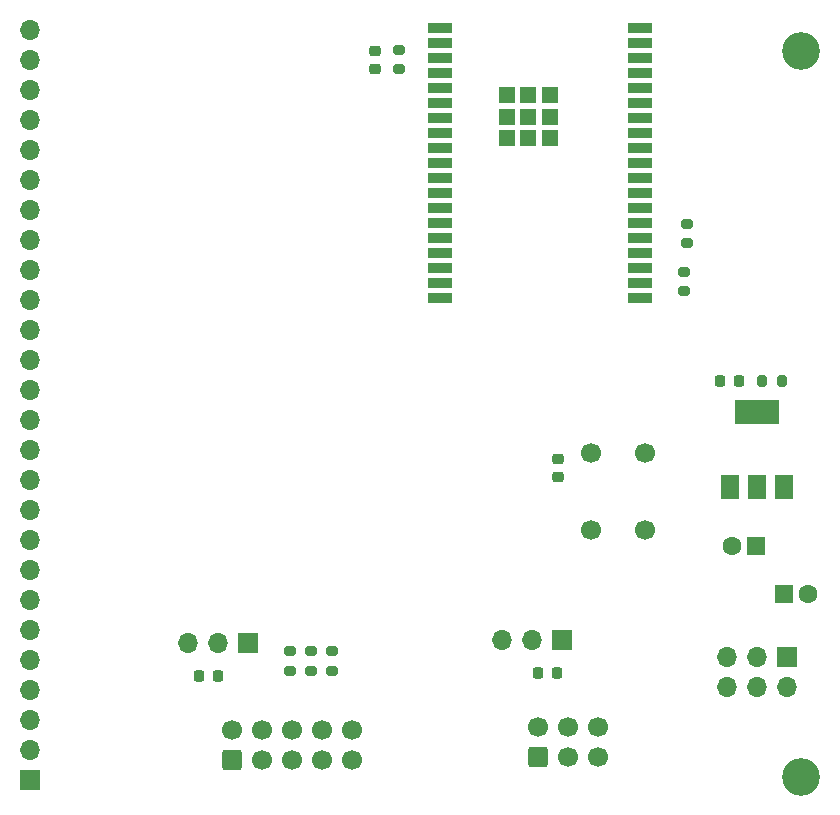
<source format=gbr>
%TF.GenerationSoftware,KiCad,Pcbnew,(6.0.0)*%
%TF.CreationDate,2022-01-24T17:46:17-05:00*%
%TF.ProjectId,esp32 breakout2,65737033-3220-4627-9265-616b6f757432,rev?*%
%TF.SameCoordinates,Original*%
%TF.FileFunction,Soldermask,Top*%
%TF.FilePolarity,Negative*%
%FSLAX46Y46*%
G04 Gerber Fmt 4.6, Leading zero omitted, Abs format (unit mm)*
G04 Created by KiCad (PCBNEW (6.0.0)) date 2022-01-24 17:46:17*
%MOMM*%
%LPD*%
G01*
G04 APERTURE LIST*
G04 Aperture macros list*
%AMRoundRect*
0 Rectangle with rounded corners*
0 $1 Rounding radius*
0 $2 $3 $4 $5 $6 $7 $8 $9 X,Y pos of 4 corners*
0 Add a 4 corners polygon primitive as box body*
4,1,4,$2,$3,$4,$5,$6,$7,$8,$9,$2,$3,0*
0 Add four circle primitives for the rounded corners*
1,1,$1+$1,$2,$3*
1,1,$1+$1,$4,$5*
1,1,$1+$1,$6,$7*
1,1,$1+$1,$8,$9*
0 Add four rect primitives between the rounded corners*
20,1,$1+$1,$2,$3,$4,$5,0*
20,1,$1+$1,$4,$5,$6,$7,0*
20,1,$1+$1,$6,$7,$8,$9,0*
20,1,$1+$1,$8,$9,$2,$3,0*%
G04 Aperture macros list end*
%ADD10RoundRect,0.200000X0.275000X-0.200000X0.275000X0.200000X-0.275000X0.200000X-0.275000X-0.200000X0*%
%ADD11RoundRect,0.225000X0.250000X-0.225000X0.250000X0.225000X-0.250000X0.225000X-0.250000X-0.225000X0*%
%ADD12RoundRect,0.225000X-0.225000X-0.250000X0.225000X-0.250000X0.225000X0.250000X-0.225000X0.250000X0*%
%ADD13R,1.700000X1.700000*%
%ADD14O,1.700000X1.700000*%
%ADD15RoundRect,0.225000X0.225000X0.250000X-0.225000X0.250000X-0.225000X-0.250000X0.225000X-0.250000X0*%
%ADD16RoundRect,0.250000X0.600000X-0.600000X0.600000X0.600000X-0.600000X0.600000X-0.600000X-0.600000X0*%
%ADD17C,1.700000*%
%ADD18C,3.200000*%
%ADD19R,1.600000X1.600000*%
%ADD20C,1.600000*%
%ADD21R,1.500000X2.000000*%
%ADD22R,3.800000X2.000000*%
%ADD23R,2.000000X0.900000*%
%ADD24R,1.330000X1.330000*%
%ADD25RoundRect,0.200000X-0.275000X0.200000X-0.275000X-0.200000X0.275000X-0.200000X0.275000X0.200000X0*%
%ADD26RoundRect,0.218750X-0.218750X-0.256250X0.218750X-0.256250X0.218750X0.256250X-0.218750X0.256250X0*%
%ADD27RoundRect,0.200000X0.200000X0.275000X-0.200000X0.275000X-0.200000X-0.275000X0.200000X-0.275000X0*%
G04 APERTURE END LIST*
D10*
%TO.C,R6*%
X149733000Y-106870000D03*
X149733000Y-105220000D03*
%TD*%
D11*
%TO.C,C6*%
X168910000Y-90437000D03*
X168910000Y-88887000D03*
%TD*%
D12*
%TO.C,C5*%
X167246000Y-107061000D03*
X168796000Y-107061000D03*
%TD*%
D13*
%TO.C,J1*%
X142621000Y-104521000D03*
D14*
X140081000Y-104521000D03*
X137541000Y-104521000D03*
%TD*%
D15*
%TO.C,C2*%
X140094000Y-107315000D03*
X138544000Y-107315000D03*
%TD*%
D16*
%TO.C,J4*%
X141346000Y-114417500D03*
D17*
X141346000Y-111877500D03*
X143886000Y-114417500D03*
X143886000Y-111877500D03*
X146426000Y-114417500D03*
X146426000Y-111877500D03*
X148966000Y-114417500D03*
X148966000Y-111877500D03*
X151506000Y-114417500D03*
X151506000Y-111877500D03*
%TD*%
D18*
%TO.C,H2*%
X189484000Y-115824000D03*
%TD*%
%TO.C,H1*%
X189484000Y-54356000D03*
%TD*%
D19*
%TO.C,C4*%
X185674000Y-96266000D03*
D20*
X183674000Y-96266000D03*
%TD*%
D13*
%TO.C,J3*%
X188259888Y-105659000D03*
D14*
X188259888Y-108199000D03*
X185719888Y-105659000D03*
X185719888Y-108199000D03*
X183179888Y-105659000D03*
X183179888Y-108199000D03*
%TD*%
D21*
%TO.C,U2*%
X183434888Y-91288000D03*
D22*
X185734888Y-84988000D03*
D21*
X185734888Y-91288000D03*
X188034888Y-91288000D03*
%TD*%
D23*
%TO.C,IC1*%
X158886000Y-52446000D03*
X158886000Y-53716000D03*
X158886000Y-54986000D03*
X158886000Y-56256000D03*
X158886000Y-57526000D03*
X158886000Y-58796000D03*
X158886000Y-60066000D03*
X158886000Y-61336000D03*
X158886000Y-62606000D03*
X158886000Y-63876000D03*
X158886000Y-65146000D03*
X158886000Y-66416000D03*
X158886000Y-67686000D03*
X158886000Y-68956000D03*
X158886000Y-70226000D03*
X158886000Y-71496000D03*
X158886000Y-72766000D03*
X158886000Y-74036000D03*
X158886000Y-75306000D03*
X175886000Y-75306000D03*
X175886000Y-74036000D03*
X175886000Y-72766000D03*
X175886000Y-71496000D03*
X175886000Y-70226000D03*
X175886000Y-68956000D03*
X175886000Y-67686000D03*
X175886000Y-66416000D03*
X175886000Y-65146000D03*
X175886000Y-63876000D03*
X175886000Y-62606000D03*
X175886000Y-61336000D03*
X175886000Y-60066000D03*
X175886000Y-58796000D03*
X175886000Y-57526000D03*
X175886000Y-56256000D03*
X175886000Y-54986000D03*
X175886000Y-53716000D03*
X175886000Y-52446000D03*
D24*
X166386000Y-59946000D03*
X164551000Y-58111000D03*
X164551000Y-59946000D03*
X164551000Y-61781000D03*
X166386000Y-61781000D03*
X168221000Y-61781000D03*
X168221000Y-59946000D03*
X168221000Y-58111000D03*
X166386000Y-58111000D03*
%TD*%
D11*
%TO.C,C1*%
X153416000Y-55893000D03*
X153416000Y-54343000D03*
%TD*%
D19*
%TO.C,C3*%
X188081775Y-100330000D03*
D20*
X190081775Y-100330000D03*
%TD*%
D25*
%TO.C,R1*%
X155448000Y-54293000D03*
X155448000Y-55943000D03*
%TD*%
D26*
%TO.C,D1*%
X182661388Y-82296000D03*
X184236388Y-82296000D03*
%TD*%
D10*
%TO.C,R9*%
X179578000Y-74739000D03*
X179578000Y-73089000D03*
%TD*%
%TO.C,R3*%
X147955000Y-106870000D03*
X147955000Y-105220000D03*
%TD*%
%TO.C,R2*%
X146177000Y-106870000D03*
X146177000Y-105220000D03*
%TD*%
D16*
%TO.C,J5*%
X167254000Y-114163500D03*
D17*
X167254000Y-111623500D03*
X169794000Y-114163500D03*
X169794000Y-111623500D03*
X172334000Y-114163500D03*
X172334000Y-111623500D03*
%TD*%
D13*
%TO.C,J2*%
X169276000Y-104267000D03*
D14*
X166736000Y-104267000D03*
X164196000Y-104267000D03*
%TD*%
D27*
%TO.C,R4*%
X187829888Y-82296000D03*
X186179888Y-82296000D03*
%TD*%
D10*
%TO.C,R5*%
X179832000Y-70675000D03*
X179832000Y-69025000D03*
%TD*%
D17*
%TO.C,SW1*%
X176240000Y-88444000D03*
X176240000Y-94944000D03*
X171740000Y-88444000D03*
X171740000Y-94944000D03*
%TD*%
D13*
%TO.C,J6*%
X124206000Y-116078000D03*
D14*
X124206000Y-113538000D03*
X124206000Y-110998000D03*
X124206000Y-108458000D03*
X124206000Y-105918000D03*
X124206000Y-103378000D03*
X124206000Y-100838000D03*
X124206000Y-98298000D03*
X124206000Y-95758000D03*
X124206000Y-93218000D03*
X124206000Y-90678000D03*
X124206000Y-88138000D03*
X124206000Y-85598000D03*
X124206000Y-83058000D03*
X124206000Y-80518000D03*
X124206000Y-77978000D03*
X124206000Y-75438000D03*
X124206000Y-72898000D03*
X124206000Y-70358000D03*
X124206000Y-67818000D03*
X124206000Y-65278000D03*
X124206000Y-62738000D03*
X124206000Y-60198000D03*
X124206000Y-57658000D03*
X124206000Y-55118000D03*
X124206000Y-52578000D03*
%TD*%
M02*

</source>
